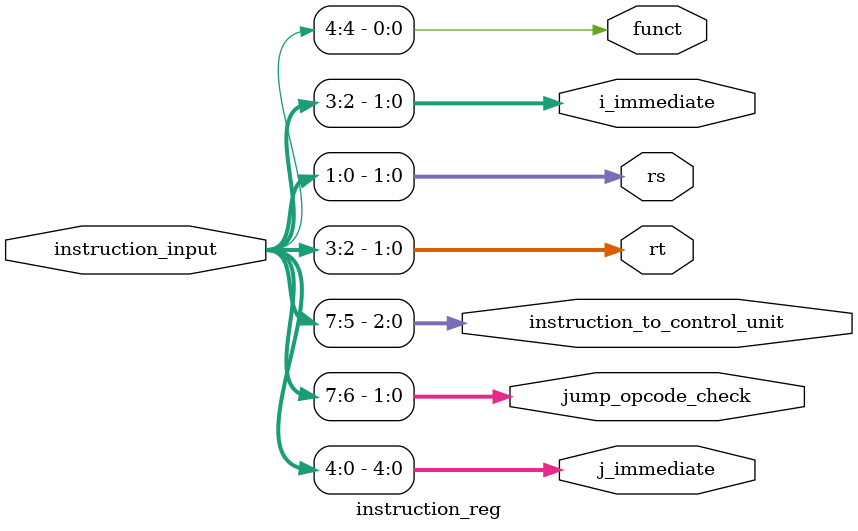
<source format=v>

`timescale 1ns / 1ns

module instruction_reg (j_immediate, jump_opcode_check, instruction_to_control_unit, rt, rs, i_immediate, funct, instruction_input);
//-------------Input-------------------
input wire [7:0] instruction_input;
//-------------Output------------------
output reg [4:0] j_immediate;
output reg [1:0] jump_opcode_check;
output reg [2:0] instruction_to_control_unit;
output reg [1:0] rt;
output reg [1:0] rs;
output reg [1:0] i_immediate;
output reg funct;

//------------------Instructions-----------------------
initial 
	begin
		j_immediate <= 8'b0;
		jump_opcode_check <= 2'b0;
		funct <= 1'b0;
		instruction_to_control_unit <= 3'b0;
		rt <= 2'b0;
		rs <= 2'b0;
		i_immediate <= 2'b0;
	end

always @(instruction_input)
	begin
		j_immediate <= instruction_input[4:0];
		jump_opcode_check <= instruction_input[7:6];
		funct <= instruction_input[4];
		instruction_to_control_unit <= instruction_input[7:5];
		rt <= instruction_input [3:2];
		rs <= instruction_input [1:0];
		i_immediate <= instruction_input [3:2];
	end

endmodule

</source>
